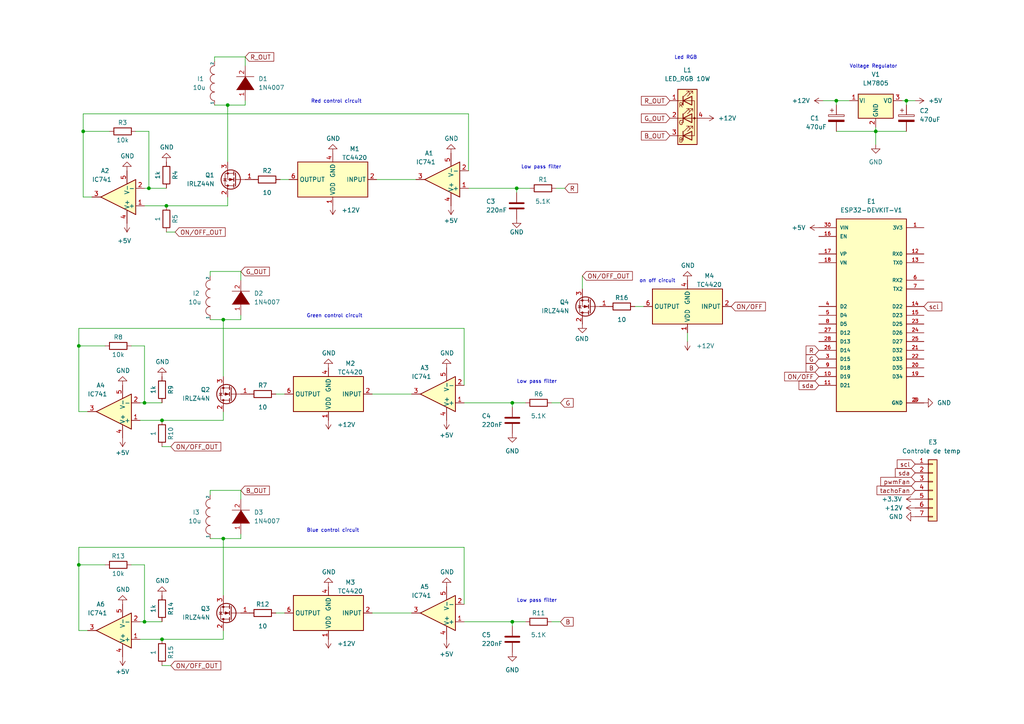
<source format=kicad_sch>
(kicad_sch (version 20211123) (generator eeschema)
  (paper "A4")
  (lib_symbols
    (symbol "Connector_Generic:Conn_01x07" (pin_names (offset 1.016) hide)
      (property "Reference" "J" (at 0 10.16 0))
      (property "Value" "Conn_01x07" (at 0 -10.16 0))
      (symbol "Conn_01x07_1_1"
        (rectangle (start -1.27 -7.493) (end 0 -7.747) (stroke (width 0.1524)))
        (rectangle (start -1.27 -4.953) (end 0 -5.207) (stroke (width 0.1524)))
        (rectangle (start -1.27 -2.413) (end 0 -2.667) (stroke (width 0.1524)))
        (rectangle (start -1.27 0.127) (end 0 -0.127) (stroke (width 0.1524)))
        (rectangle (start -1.27 2.667) (end 0 2.413) (stroke (width 0.1524)))
        (rectangle (start -1.27 5.207) (end 0 4.953) (stroke (width 0.1524)))
        (rectangle (start -1.27 7.747) (end 0 7.493) (stroke (width 0.1524)))
        (rectangle (start -1.27 8.89) (end 1.27 -8.89) (stroke (width 0.254)) (fill (type background)))
        (pin passive line (at -5.08 7.62 0) (length 3.81) (name "Pin_1") (number "1"))
        (pin passive line (at -5.08 5.08 0) (length 3.81) (name "Pin_2") (number "2"))
        (pin passive line (at -5.08 2.54 0) (length 3.81) (name "Pin_3") (number "3"))
        (pin passive line (at -5.08 0 0) (length 3.81) (name "Pin_4") (number "4"))
        (pin passive line (at -5.08 -2.54 0) (length 3.81) (name "Pin_5") (number "5"))
        (pin passive line (at -5.08 -5.08 0) (length 3.81) (name "Pin_6") (number "6"))
        (pin passive line (at -5.08 -7.62 0) (length 3.81) (name "Pin_7") (number "7"))
      )
    )
    (symbol "Device:C" (pin_numbers hide) (pin_names (offset 0.254))
      (property "Reference" "C" (at 0.635 2.54 0))
      (property "Value" "C" (at 0.635 -2.54 0))
      (symbol "C_0_1"
        (polyline (pts (xy -2.032 -0.762) (xy 2.032 -0.762)) (stroke (width 0.508)))
        (polyline (pts (xy -2.032 0.762) (xy 2.032 0.762)) (stroke (width 0.508)))
      )
      (symbol "C_1_1"
        (pin passive line (at 0 3.81 270) (length 2.794) (name "~") (number "1"))
        (pin passive line (at 0 -3.81 90) (length 2.794) (name "~") (number "2"))
      )
    )
    (symbol "Device:C_Polarized" (pin_numbers hide) (pin_names (offset 0.254))
      (property "Reference" "C" (at 0.635 2.54 0))
      (property "Value" "C_Polarized" (at 0.635 -2.54 0))
      (symbol "C_Polarized_0_1"
        (rectangle (start -2.286 0.508) (end 2.286 1.016))
        (polyline (pts (xy -1.778 2.286) (xy -0.762 2.286)))
        (polyline (pts (xy -1.27 2.794) (xy -1.27 1.778)))
        (rectangle (start 2.286 -0.508) (end -2.286 -1.016) (fill (type outline)))
      )
      (symbol "C_Polarized_1_1"
        (pin passive line (at 0 3.81 270) (length 2.794) (name "~") (number "1"))
        (pin passive line (at 0 -3.81 90) (length 2.794) (name "~") (number "2"))
      )
    )
    (symbol "Device:LED_RGBA" (pin_names (offset 0) hide)
      (property "Reference" "D" (at 0 9.398 0))
      (property "Value" "LED_RGBA" (at 0 -8.89 0))
      (symbol "LED_RGBA_0_0"
        (text "B" (at -1.905 -6.35 0) (effects (font (size 1.27 1.27))))
        (text "G" (at -1.905 -1.27 0) (effects (font (size 1.27 1.27))))
        (text "R" (at -1.905 3.81 0) (effects (font (size 1.27 1.27))))
      )
      (symbol "LED_RGBA_0_1"
        (polyline (pts (xy -1.27 -5.08) (xy -2.54 -5.08)))
        (polyline (pts (xy -1.27 -5.08) (xy 1.27 -5.08)))
        (polyline (pts (xy -1.27 -3.81) (xy -1.27 -6.35)) (stroke (width 0.254)))
        (polyline (pts (xy -1.27 0) (xy -2.54 0)))
        (polyline (pts (xy -1.27 1.27) (xy -1.27 -1.27)) (stroke (width 0.254)))
        (polyline (pts (xy -1.27 5.08) (xy -2.54 5.08)))
        (polyline (pts (xy -1.27 5.08) (xy 1.27 5.08)))
        (polyline (pts (xy -1.27 6.35) (xy -1.27 3.81)) (stroke (width 0.254)))
        (polyline (pts (xy 1.27 0) (xy -1.27 0)))
        (polyline (pts (xy 1.27 0) (xy 2.54 0)))
        (polyline (pts (xy -1.27 1.27) (xy -1.27 -1.27) (xy -1.27 -1.27)))
        (polyline (pts (xy -1.27 6.35) (xy -1.27 3.81) (xy -1.27 3.81)))
        (polyline (pts (xy 1.27 -5.08) (xy 2.032 -5.08) (xy 2.032 5.08) (xy 1.27 5.08)))
        (polyline (pts (xy 1.27 -3.81) (xy 1.27 -6.35) (xy -1.27 -5.08) (xy 1.27 -3.81)) (stroke (width 0.254)))
        (polyline (pts (xy 1.27 1.27) (xy 1.27 -1.27) (xy -1.27 0) (xy 1.27 1.27)) (stroke (width 0.254)))
        (polyline (pts (xy 1.27 6.35) (xy 1.27 3.81) (xy -1.27 5.08) (xy 1.27 6.35)) (stroke (width 0.254)))
        (polyline (pts (xy -1.016 -3.81) (xy 0.508 -2.286) (xy -0.254 -2.286) (xy 0.508 -2.286) (xy 0.508 -3.048)))
        (polyline (pts (xy -1.016 1.27) (xy 0.508 2.794) (xy -0.254 2.794) (xy 0.508 2.794) (xy 0.508 2.032)))
        (polyline (pts (xy -1.016 6.35) (xy 0.508 7.874) (xy -0.254 7.874) (xy 0.508 7.874) (xy 0.508 7.112)))
        (polyline (pts (xy 0 -3.81) (xy 1.524 -2.286) (xy 0.762 -2.286) (xy 1.524 -2.286) (xy 1.524 -3.048)))
        (polyline (pts (xy 0 1.27) (xy 1.524 2.794) (xy 0.762 2.794) (xy 1.524 2.794) (xy 1.524 2.032)))
        (polyline (pts (xy 0 6.35) (xy 1.524 7.874) (xy 0.762 7.874) (xy 1.524 7.874) (xy 1.524 7.112)))
        (rectangle (start 1.27 -1.27) (end 1.27 1.27))
        (rectangle (start 1.27 1.27) (end 1.27 1.27))
        (rectangle (start 1.27 3.81) (end 1.27 6.35))
        (rectangle (start 1.27 6.35) (end 1.27 6.35))
        (circle (center 2.032 0) (radius 0.254) (fill (type outline)))
        (rectangle (start 2.794 8.382) (end -2.794 -7.62) (stroke (width 0.254)) (fill (type background)))
      )
      (symbol "LED_RGBA_1_1"
        (pin passive line (at -5.08 5.08 0) (length 2.54) (name "RK") (number "1"))
        (pin passive line (at -5.08 0 0) (length 2.54) (name "GK") (number "2"))
        (pin passive line (at -5.08 -5.08 0) (length 2.54) (name "BK") (number "3"))
        (pin passive line (at 5.08 0 180) (length 2.54) (name "A") (number "4"))
      )
    )
    (symbol "Device:R" (pin_numbers hide) (pin_names (offset 0))
      (property "Reference" "R" (at 2.032 0 90))
      (property "Value" "R" (at 0 0 90))
      (symbol "R_0_1"
        (rectangle (start -1.016 -2.54) (end 1.016 2.54) (stroke (width 0.254)))
      )
      (symbol "R_1_1"
        (pin passive line (at 0 3.81 270) (length 1.27) (name "~") (number "1"))
        (pin passive line (at 0 -3.81 90) (length 1.27) (name "~") (number "2"))
      )
    )
    (symbol "Driver_FET:TC4422"
      (property "Reference" "U" (at -8.89 6.35 0))
      (property "Value" "TC4422" (at 6.35 6.35 0))
      (symbol "TC4422_0_1"
        (rectangle (start -10.16 5.08) (end 10.16 -5.08) (stroke (width 0.254)) (fill (type background)))
      )
      (symbol "TC4422_1_1"
        (pin power_in line (at 0 7.62 270) (length 2.54) (name "VDD") (number "1"))
        (pin input line (at -12.7 0 0) (length 2.54) (name "INPUT") (number "2"))
        (pin no_connect line (at -5.08 -5.08 90) (length 2.54) hide (name "NC") (number "3"))
        (pin power_in line (at 0 -7.62 90) (length 2.54) (name "GND") (number "4"))
        (pin passive line (at 0 -7.62 90) (length 2.54) hide (name "GND") (number "5"))
        (pin output line (at 12.7 0 180) (length 2.54) (name "OUTPUT") (number "6"))
        (pin passive line (at 12.7 0 180) (length 2.54) hide (name "OUTPUT") (number "7"))
        (pin passive line (at 0 7.62 270) (length 2.54) hide (name "VDD") (number "8"))
      )
    )
    (symbol "ESP32-DEVKIT-V1:ESP32-DEVKIT-V1" (pin_names (offset 1.016))
      (property "Reference" "U" (at -10.16 30.48 0))
      (property "Value" "ESP32-DEVKIT-V1" (at -10.16 -30.48 0))
      (symbol "ESP32-DEVKIT-V1_0_0"
        (rectangle (start -10.16 -27.94) (end 10.16 27.94) (stroke (width 0.254)) (fill (type background)))
        (pin output line (at 15.24 25.4 180) (length 5.08) (name "3V3") (number "1"))
        (pin bidirectional line (at -15.24 -17.78 0) (length 5.08) (name "D19") (number "10"))
        (pin bidirectional line (at -15.24 -20.32 0) (length 5.08) (name "D21") (number "11"))
        (pin input line (at 15.24 17.78 180) (length 5.08) (name "RX0") (number "12"))
        (pin output line (at 15.24 15.24 180) (length 5.08) (name "TX0") (number "13"))
        (pin bidirectional line (at 15.24 2.54 180) (length 5.08) (name "D22") (number "14"))
        (pin bidirectional line (at 15.24 0 180) (length 5.08) (name "D23") (number "15"))
        (pin input line (at -15.24 22.86 0) (length 5.08) (name "EN") (number "16"))
        (pin bidirectional line (at -15.24 17.78 0) (length 5.08) (name "VP") (number "17"))
        (pin bidirectional line (at -15.24 15.24 0) (length 5.08) (name "VN") (number "18"))
        (pin bidirectional line (at 15.24 -17.78 180) (length 5.08) (name "D34") (number "19"))
        (pin power_in line (at 15.24 -25.4 180) (length 5.08) (name "GND") (number "2"))
        (pin bidirectional line (at 15.24 -15.24 180) (length 5.08) (name "D35") (number "20"))
        (pin bidirectional line (at 15.24 -10.16 180) (length 5.08) (name "D32") (number "21"))
        (pin bidirectional line (at 15.24 -12.7 180) (length 5.08) (name "D33") (number "22"))
        (pin bidirectional line (at 15.24 -2.54 180) (length 5.08) (name "D25") (number "23"))
        (pin bidirectional line (at 15.24 -5.08 180) (length 5.08) (name "D26") (number "24"))
        (pin bidirectional line (at 15.24 -7.62 180) (length 5.08) (name "D27") (number "25"))
        (pin bidirectional line (at -15.24 -10.16 0) (length 5.08) (name "D14") (number "26"))
        (pin bidirectional line (at -15.24 -5.08 0) (length 5.08) (name "D12") (number "27"))
        (pin bidirectional line (at -15.24 -7.62 0) (length 5.08) (name "D13") (number "28"))
        (pin power_in line (at 15.24 -25.4 180) (length 5.08) (name "GND") (number "29"))
        (pin bidirectional line (at -15.24 -12.7 0) (length 5.08) (name "D15") (number "3"))
        (pin input line (at -15.24 25.4 0) (length 5.08) (name "VIN") (number "30"))
        (pin bidirectional line (at -15.24 2.54 0) (length 5.08) (name "D2") (number "4"))
        (pin bidirectional line (at -15.24 0 0) (length 5.08) (name "D4") (number "5"))
        (pin input line (at 15.24 10.16 180) (length 5.08) (name "RX2") (number "6"))
        (pin output line (at 15.24 7.62 180) (length 5.08) (name "TX2") (number "7"))
        (pin bidirectional line (at -15.24 -2.54 0) (length 5.08) (name "D5") (number "8"))
        (pin bidirectional line (at -15.24 -15.24 0) (length 5.08) (name "D18") (number "9"))
      )
    )
    (symbol "Regulator_Linear:LM7805_TO220" (pin_names (offset 0.254))
      (property "Reference" "U" (at -3.81 3.175 0))
      (property "Value" "LM7805_TO220" (at 0 3.175 0))
      (symbol "LM7805_TO220_0_1"
        (rectangle (start -5.08 1.905) (end 5.08 -5.08) (stroke (width 0.254)) (fill (type background)))
      )
      (symbol "LM7805_TO220_1_1"
        (pin power_in line (at -7.62 0 0) (length 2.54) (name "VI") (number "1"))
        (pin power_in line (at 0 -7.62 90) (length 2.54) (name "GND") (number "2"))
        (pin power_out line (at 7.62 0 180) (length 2.54) (name "VO") (number "3"))
      )
    )
    (symbol "Transistor_FET:IRLZ44N" (pin_names hide)
      (property "Reference" "Q" (at 6.35 1.905 0))
      (property "Value" "IRLZ44N" (at 6.35 0 0))
      (symbol "IRLZ44N_0_1"
        (polyline (pts (xy 0.254 0) (xy -2.54 0)))
        (polyline (pts (xy 0.254 1.905) (xy 0.254 -1.905)) (stroke (width 0.254)))
        (polyline (pts (xy 0.762 -1.27) (xy 0.762 -2.286)) (stroke (width 0.254)))
        (polyline (pts (xy 0.762 0.508) (xy 0.762 -0.508)) (stroke (width 0.254)))
        (polyline (pts (xy 0.762 2.286) (xy 0.762 1.27)) (stroke (width 0.254)))
        (polyline (pts (xy 2.54 2.54) (xy 2.54 1.778)))
        (polyline (pts (xy 2.54 -2.54) (xy 2.54 0) (xy 0.762 0)))
        (polyline (pts (xy 0.762 -1.778) (xy 3.302 -1.778) (xy 3.302 1.778) (xy 0.762 1.778)))
        (polyline (pts (xy 1.016 0) (xy 2.032 0.381) (xy 2.032 -0.381) (xy 1.016 0)) (fill (type outline)))
        (polyline (pts (xy 2.794 0.508) (xy 2.921 0.381) (xy 3.683 0.381) (xy 3.81 0.254)))
        (polyline (pts (xy 3.302 0.381) (xy 2.921 -0.254) (xy 3.683 -0.254) (xy 3.302 0.381)))
        (circle (center 1.651 0) (radius 2.794) (stroke (width 0.254)))
        (circle (center 2.54 -1.778) (radius 0.254) (fill (type outline)))
        (circle (center 2.54 1.778) (radius 0.254) (fill (type outline)))
      )
      (symbol "IRLZ44N_1_1"
        (pin input line (at -5.08 0 0) (length 2.54) (name "G") (number "1"))
        (pin passive line (at 2.54 5.08 270) (length 2.54) (name "D") (number "2"))
        (pin passive line (at 2.54 -5.08 90) (length 2.54) (name "S") (number "3"))
      )
    )
    (symbol "power:+12V" (power) (pin_names (offset 0))
      (property "Value" "+12V" (at 0 3.556 0))
      (symbol "+12V_0_1"
        (polyline (pts (xy -0.762 1.27) (xy 0 2.54)))
        (polyline (pts (xy 0 0) (xy 0 2.54)))
        (polyline (pts (xy 0 2.54) (xy 0.762 1.27)))
      )
      (symbol "+12V_1_1"
        (pin power_in line (at 0 0 90) (length 0) hide (name "+12V") (number "1"))
      )
    )
    (symbol "power:+3.3V" (power) (pin_names (offset 0))
      (property "Value" "+3.3V" (at 0 3.556 0))
      (symbol "+3.3V_0_1"
        (polyline (pts (xy -0.762 1.27) (xy 0 2.54)))
        (polyline (pts (xy 0 0) (xy 0 2.54)))
        (polyline (pts (xy 0 2.54) (xy 0.762 1.27)))
      )
      (symbol "+3.3V_1_1"
        (pin power_in line (at 0 0 90) (length 0) hide (name "+3.3V") (number "1"))
      )
    )
    (symbol "power:+5V" (power) (pin_names (offset 0))
      (property "Value" "+5V" (at 0 3.556 0))
      (symbol "+5V_0_1"
        (polyline (pts (xy -0.762 1.27) (xy 0 2.54)))
        (polyline (pts (xy 0 0) (xy 0 2.54)))
        (polyline (pts (xy 0 2.54) (xy 0.762 1.27)))
      )
      (symbol "+5V_1_1"
        (pin power_in line (at 0 0 90) (length 0) hide (name "+5V") (number "1"))
      )
    )
    (symbol "power:GND" (power) (pin_names (offset 0))
      (property "Value" "GND" (at 0 -3.81 0))
      (symbol "GND_0_1"
        (polyline (pts (xy 0 0) (xy 0 -1.27) (xy 1.27 -1.27) (xy 0 -2.54) (xy -1.27 -1.27) (xy 0 -1.27)))
      )
      (symbol "GND_1_1"
        (pin power_in line (at 0 0 270) (length 0) hide (name "GND") (number "1"))
      )
    )
    (symbol "pspice:DIODE" (pin_names (offset 1.016) hide)
      (property "Reference" "D" (at 0 3.81 0))
      (property "Value" "DIODE" (at 0 -4.445 0))
      (symbol "DIODE_0_1"
        (polyline (pts (xy 1.905 2.54) (xy 1.905 -2.54)))
        (polyline (pts (xy -1.905 2.54) (xy -1.905 -2.54) (xy 1.905 0)) (fill (type outline)))
      )
      (symbol "DIODE_1_1"
        (pin input line (at -5.08 0 0) (length 3.81) (name "K") (number "1"))
        (pin input line (at 5.08 0 180) (length 3.81) (name "A") (number "2"))
      )
    )
    (symbol "pspice:INDUCTOR" (pin_numbers hide) (pin_names (offset 0))
      (property "Reference" "L" (at 0 2.54 0))
      (property "Value" "INDUCTOR" (at 0 -1.27 0))
      (symbol "INDUCTOR_0_1"
        (arc (start -2.54 0) (mid -3.81 1.27) (end -5.08 0))
        (arc (start 0 0) (mid -1.27 1.27) (end -2.54 0))
        (arc (start 2.54 0) (mid 1.27 1.27) (end 0 0))
        (arc (start 5.08 0) (mid 3.81 1.27) (end 2.54 0))
      )
      (symbol "INDUCTOR_1_1"
        (pin input line (at -6.35 0 0) (length 1.27) (name "1") (number "1"))
        (pin input line (at 6.35 0 180) (length 1.27) (name "2") (number "2"))
      )
    )
    (symbol "pspice:OPAMP" (pin_names (offset 0.254))
      (property "Reference" "U" (at 3.81 3.175 0))
      (property "Value" "OPAMP" (at 3.81 -3.175 0))
      (symbol "OPAMP_0_1"
        (polyline (pts (xy 5.08 0) (xy -5.08 5.08) (xy -5.08 -5.08) (xy 5.08 0)) (stroke (width 0.254)) (fill (type background)))
      )
      (symbol "OPAMP_1_1"
        (pin input line (at -7.62 2.54 0) (length 2.54) (name "+") (number "1"))
        (pin input line (at -7.62 -2.54 0) (length 2.54) (name "-") (number "2"))
        (pin output line (at 7.62 0 180) (length 2.54) (name "~") (number "3"))
        (pin power_in line (at -2.54 7.62 270) (length 3.81) (name "V+") (number "4"))
        (pin power_in line (at -2.54 -7.62 90) (length 3.81) (name "V-") (number "5"))
      )
    )
  )
  (junction (at 43.18 54.61))
  (junction (at 148.59 116.84))
  (junction (at 148.59 180.34))
  (junction (at 22.86 100.33))
  (junction (at 254 38.1))
  (junction (at 41.91 180.34))
  (junction (at 242.57 29.21))
  (junction (at 48.26 59.69))
  (junction (at 149.86 54.61))
  (junction (at 46.99 185.42))
  (junction (at 41.91 116.84))
  (junction (at 64.77 92.71))
  (junction (at 66.04 30.48))
  (junction (at 64.77 156.21))
  (junction (at 262.89 29.21))
  (junction (at 24.13 38.1))
  (junction (at 46.99 121.92))
  (junction (at 22.86 163.83))
  (wire (pts (xy 64.77 185.42) (xy 46.99 185.42)))
  (wire (pts (xy 71.12 16.51) (xy 71.12 19.05)))
  (wire (pts (xy 24.13 57.15) (xy 24.13 38.1)))
  (wire (pts (xy 242.57 38.1) (xy 254 38.1)))
  (wire (pts (xy 24.13 33.02) (xy 135.89 33.02)))
  (wire (pts (xy 262.89 30.48) (xy 262.89 29.21)))
  (wire (pts (xy 64.77 119.38) (xy 64.77 121.92)))
  (wire (pts (xy 254 38.1) (xy 262.89 38.1)))
  (wire (pts (xy 64.77 156.21) (xy 64.77 172.72)))
  (wire (pts (xy 22.86 100.33) (xy 30.48 100.33)))
  (wire (pts (xy 50.8 67.31) (xy 48.26 67.31)))
  (wire (pts (xy 60.96 142.24) (xy 60.96 143.51)))
  (wire (pts (xy 238.76 29.21) (xy 242.57 29.21)))
  (wire (pts (xy 107.95 177.8) (xy 119.38 177.8)))
  (wire (pts (xy 26.67 57.15) (xy 24.13 57.15)))
  (wire (pts (xy 39.37 38.1) (xy 43.18 38.1)))
  (wire (pts (xy 22.86 100.33) (xy 22.86 95.25)))
  (wire (pts (xy 60.96 78.74) (xy 60.96 80.01)))
  (wire (pts (xy 49.53 193.04) (xy 46.99 193.04)))
  (wire (pts (xy 64.77 156.21) (xy 69.85 156.21)))
  (wire (pts (xy 152.4 116.84) (xy 148.59 116.84)))
  (wire (pts (xy 265.43 29.21) (xy 262.89 29.21)))
  (wire (pts (xy 62.23 30.48) (xy 66.04 30.48)))
  (wire (pts (xy 62.23 16.51) (xy 62.23 17.78)))
  (wire (pts (xy 80.01 114.3) (xy 82.55 114.3)))
  (wire (pts (xy 24.13 38.1) (xy 31.75 38.1)))
  (wire (pts (xy 41.91 180.34) (xy 46.99 180.34)))
  (wire (pts (xy 148.59 180.34) (xy 148.59 181.61)))
  (wire (pts (xy 162.56 116.84) (xy 160.02 116.84)))
  (wire (pts (xy 135.89 33.02) (xy 135.89 49.53)))
  (wire (pts (xy 41.91 54.61) (xy 43.18 54.61)))
  (wire (pts (xy 69.85 92.71) (xy 69.85 91.44)))
  (wire (pts (xy 134.62 95.25) (xy 134.62 111.76)))
  (wire (pts (xy 71.12 30.48) (xy 71.12 29.21)))
  (wire (pts (xy 69.85 78.74) (xy 69.85 81.28)))
  (wire (pts (xy 41.91 59.69) (xy 48.26 59.69)))
  (wire (pts (xy 66.04 30.48) (xy 71.12 30.48)))
  (wire (pts (xy 48.26 59.69) (xy 66.04 59.69)))
  (wire (pts (xy 46.99 185.42) (xy 40.64 185.42)))
  (wire (pts (xy 162.56 180.34) (xy 160.02 180.34)))
  (wire (pts (xy 22.86 119.38) (xy 22.86 100.33)))
  (wire (pts (xy 135.89 54.61) (xy 149.86 54.61)))
  (wire (pts (xy 152.4 180.34) (xy 148.59 180.34)))
  (wire (pts (xy 60.96 156.21) (xy 64.77 156.21)))
  (wire (pts (xy 64.77 121.92) (xy 46.99 121.92)))
  (wire (pts (xy 242.57 30.48) (xy 242.57 29.21)))
  (wire (pts (xy 184.15 88.9) (xy 186.69 88.9)))
  (wire (pts (xy 43.18 54.61) (xy 48.26 54.61)))
  (wire (pts (xy 22.86 182.88) (xy 22.86 163.83)))
  (wire (pts (xy 148.59 116.84) (xy 148.59 118.11)))
  (wire (pts (xy 66.04 57.15) (xy 66.04 59.69)))
  (wire (pts (xy 38.1 100.33) (xy 41.91 100.33)))
  (wire (pts (xy 38.1 163.83) (xy 41.91 163.83)))
  (wire (pts (xy 41.91 180.34) (xy 41.91 163.83)))
  (wire (pts (xy 64.77 182.88) (xy 64.77 185.42)))
  (wire (pts (xy 254 38.1) (xy 254 36.83)))
  (wire (pts (xy 199.39 96.52) (xy 199.39 99.06)))
  (wire (pts (xy 22.86 95.25) (xy 134.62 95.25)))
  (wire (pts (xy 153.67 54.61) (xy 149.86 54.61)))
  (wire (pts (xy 24.13 38.1) (xy 24.13 33.02)))
  (wire (pts (xy 64.77 92.71) (xy 69.85 92.71)))
  (wire (pts (xy 69.85 156.21) (xy 69.85 154.94)))
  (wire (pts (xy 49.53 129.54) (xy 46.99 129.54)))
  (wire (pts (xy 25.4 182.88) (xy 22.86 182.88)))
  (wire (pts (xy 25.4 119.38) (xy 22.86 119.38)))
  (wire (pts (xy 109.22 52.07) (xy 120.65 52.07)))
  (wire (pts (xy 60.96 92.71) (xy 64.77 92.71)))
  (wire (pts (xy 134.62 180.34) (xy 148.59 180.34)))
  (wire (pts (xy 22.86 158.75) (xy 134.62 158.75)))
  (wire (pts (xy 64.77 92.71) (xy 64.77 109.22)))
  (wire (pts (xy 22.86 163.83) (xy 22.86 158.75)))
  (wire (pts (xy 62.23 16.51) (xy 71.12 16.51)))
  (wire (pts (xy 40.64 116.84) (xy 41.91 116.84)))
  (wire (pts (xy 66.04 30.48) (xy 66.04 46.99)))
  (wire (pts (xy 43.18 54.61) (xy 43.18 38.1)))
  (wire (pts (xy 134.62 116.84) (xy 148.59 116.84)))
  (wire (pts (xy 163.83 54.61) (xy 161.29 54.61)))
  (wire (pts (xy 149.86 54.61) (xy 149.86 55.88)))
  (wire (pts (xy 40.64 180.34) (xy 41.91 180.34)))
  (wire (pts (xy 46.99 121.92) (xy 40.64 121.92)))
  (wire (pts (xy 168.91 80.01) (xy 168.91 83.82)))
  (wire (pts (xy 80.01 177.8) (xy 82.55 177.8)))
  (wire (pts (xy 262.89 29.21) (xy 261.62 29.21)))
  (wire (pts (xy 254 38.1) (xy 254 41.91)))
  (wire (pts (xy 41.91 116.84) (xy 41.91 100.33)))
  (wire (pts (xy 60.96 142.24) (xy 69.85 142.24)))
  (wire (pts (xy 69.85 142.24) (xy 69.85 144.78)))
  (wire (pts (xy 81.28 52.07) (xy 83.82 52.07)))
  (wire (pts (xy 134.62 158.75) (xy 134.62 175.26)))
  (wire (pts (xy 107.95 114.3) (xy 119.38 114.3)))
  (wire (pts (xy 41.91 116.84) (xy 46.99 116.84)))
  (wire (pts (xy 242.57 29.21) (xy 246.38 29.21)))
  (wire (pts (xy 60.96 78.74) (xy 69.85 78.74)))
  (wire (pts (xy 22.86 163.83) (xy 30.48 163.83)))
  (text "^{Low pass filter}" (at 149.86 111.76 0) (effects (font (size 1.27 1.27)) (justify left bottom)))
  (text "^{Low pass filter}" (at 149.86 175.26 0) (effects (font (size 1.27 1.27)) (justify left bottom)))
  (text "^{Led RGB}" (at 195.58 17.78 0) (effects (font (size 1.27 1.27)) (justify left bottom)))
  (text "^{Voltage Regulator}" (at 246.38 20.32 0) (effects (font (size 1.27 1.27)) (justify left bottom)))
  (text "^{Green control circuit}" (at 88.9 92.71 0) (effects (font (size 1.27 1.27)) (justify left bottom)))
  (text "^{Low pass filter}" (at 151.13 49.53 0) (effects (font (size 1.27 1.27)) (justify left bottom)))
  (text "^{Red control circuit}" (at 90.17 30.48 0) (effects (font (size 1.27 1.27)) (justify left bottom)))
  (text "^{Blue control circuit}" (at 88.9 154.94 0) (effects (font (size 1.27 1.27)) (justify left bottom)))
  (text "^{on off circuit}" (at 185.42 82.55 0) (effects (font (size 1.27 1.27)) (justify left bottom)))
  (global_label "scl" (shape input) (at 265.43 134.62 180) (property "Intersheet References" "${INTERSHEET_REFS}" (effects hide)))
  (global_label "ON{slash}OFF_OUT" (shape input) (at 49.53 193.04 0) (property "Intersheet References" "${INTERSHEET_REFS}" (effects hide)))
  (global_label "G_OUT" (shape input) (at 69.85 78.74 0) (property "Intersheet References" "${INTERSHEET_REFS}" (effects hide)))
  (global_label "scl" (shape input) (at 267.97 88.9 0) (property "Intersheet References" "${INTERSHEET_REFS}" (effects hide)))
  (global_label "B_OUT" (shape input) (at 194.31 39.37 180) (property "Intersheet References" "${INTERSHEET_REFS}" (effects hide)))
  (global_label "R_OUT" (shape input) (at 71.12 16.51 0) (property "Intersheet References" "${INTERSHEET_REFS}" (effects hide)))
  (global_label "G" (shape input) (at 237.49 104.14 180) (property "Intersheet References" "${INTERSHEET_REFS}" (effects hide)))
  (global_label "ON{slash}OFF_OUT" (shape input) (at 168.91 80.01 0) (property "Intersheet References" "${INTERSHEET_REFS}" (effects hide)))
  (global_label "tachoFan" (shape input) (at 265.43 142.24 180) (property "Intersheet References" "${INTERSHEET_REFS}" (effects hide)))
  (global_label "R_OUT" (shape input) (at 194.31 29.21 180) (property "Intersheet References" "${INTERSHEET_REFS}" (effects hide)))
  (global_label "B" (shape input) (at 237.49 106.68 180) (property "Intersheet References" "${INTERSHEET_REFS}" (effects hide)))
  (global_label "ON{slash}OFF_OUT" (shape input) (at 49.53 129.54 0) (property "Intersheet References" "${INTERSHEET_REFS}" (effects hide)))
  (global_label "pwmFan" (shape input) (at 265.43 139.7 180) (property "Intersheet References" "${INTERSHEET_REFS}" (effects hide)))
  (global_label "ON{slash}OFF" (shape input) (at 212.09 88.9 0) (property "Intersheet References" "${INTERSHEET_REFS}" (effects hide)))
  (global_label "ON{slash}OFF_OUT" (shape input) (at 50.8 67.31 0) (property "Intersheet References" "${INTERSHEET_REFS}" (effects hide)))
  (global_label "B" (shape input) (at 162.56 180.34 0) (property "Intersheet References" "${INTERSHEET_REFS}" (effects hide)))
  (global_label "R" (shape input) (at 237.49 101.6 180) (property "Intersheet References" "${INTERSHEET_REFS}" (effects hide)))
  (global_label "sda" (shape input) (at 265.43 137.16 180) (property "Intersheet References" "${INTERSHEET_REFS}" (effects hide)))
  (global_label "ON{slash}OFF" (shape input) (at 237.49 109.22 180) (property "Intersheet References" "${INTERSHEET_REFS}" (effects hide)))
  (global_label "G" (shape input) (at 162.56 116.84 0) (property "Intersheet References" "${INTERSHEET_REFS}" (effects hide)))
  (global_label "B_OUT" (shape input) (at 69.85 142.24 0) (property "Intersheet References" "${INTERSHEET_REFS}" (effects hide)))
  (global_label "sda" (shape input) (at 237.49 111.76 180) (property "Intersheet References" "${INTERSHEET_REFS}" (effects hide)))
  (global_label "R" (shape input) (at 163.83 54.61 0) (property "Intersheet References" "${INTERSHEET_REFS}" (effects hide)))
  (global_label "G_OUT" (shape input) (at 194.31 34.29 180) (property "Intersheet References" "${INTERSHEET_REFS}" (effects hide)))
  (symbol (lib_id "Driver_FET:TC4422") (at 95.25 177.8 180) (unit 1)
    (property "Reference" "M3" (at 101.6 168.91 0))
    (property "Value" "TC4420" (at 101.6 171.45 0))
    (property "Footprint" "Package_DIP:DIP-8-N6_W7.62mm" (effects hide))
    (property "Datasheet" "http://ww1.microchip.com/downloads/en/DeviceDoc/20001420F.pdf" (effects hide))
  )
  (symbol (lib_id "power:+5V") (at 129.54 185.42 180) (unit 1)
    (property "Reference" "#PWR0119" (effects hide))
    (property "Value" "+5V" (at 131.5345 189.7307 0) (effects (justify left)))
  )
  (symbol (lib_id "Driver_FET:TC4422") (at 96.52 52.07 180) (unit 1)
    (property "Reference" "M1" (at 102.87 43.18 0))
    (property "Value" "TC4420" (at 102.87 45.72 0))
    (property "Footprint" "Package_DIP:DIP-8-N6_W7.62mm" (effects hide))
    (property "Datasheet" "http://ww1.microchip.com/downloads/en/DeviceDoc/20001420F.pdf" (effects hide))
  )
  (symbol (lib_id "Transistor_FET:IRLZ44N") (at 67.31 114.3 180) (unit 1)
    (property "Reference" "Q2" (at 60.96 113.0299 0) (effects (justify left)))
    (property "Value" "IRLZ44N" (at 60.96 115.5699 0) (effects (justify left)))
    (property "Footprint" "Package_TO_SOT_THT:TO-220-3_Vertical" (effects hide))
    (property "Datasheet" "http://www.irf.com/product-info/datasheets/data/irlz44n.pdf" (effects hide))
  )
  (symbol (lib_id "Device:LED_RGBA") (at 199.39 34.29 0) (unit 1)
    (property "Reference" "L1" (at 199.39 20.32 0))
    (property "Value" "LED_RGB 10W" (at 199.39 22.86 0))
    (property "Footprint" "TerminalBlock:TerminalBlock_bornier-4_P5.08mm" (effects hide))
  )
  (symbol (lib_id "power:+5V") (at 35.56 127 180) (unit 1)
    (property "Reference" "#PWR0106" (effects hide))
    (property "Value" "+5V" (at 37.5545 131.3107 0) (effects (justify left)))
  )
  (symbol (lib_id "Device:C") (at 148.59 185.42 0) (unit 1)
    (property "Reference" "C5" (at 139.7 184.15 0) (effects (justify left)))
    (property "Value" "220nF" (at 139.7 186.69 0) (effects (justify left)))
    (property "Footprint" "Capacitor_THT:C_Disc_D5.0mm_W2.5mm_P5.00mm" (effects hide))
  )
  (symbol (lib_id "Device:C_Polarized") (at 242.57 34.29 0) (unit 1)
    (property "Reference" "C1" (at 234.95 34.29 0) (effects (justify left)))
    (property "Value" "470uF" (at 233.68 36.83 0) (effects (justify left)))
    (property "Footprint" "Capacitor_THT:CP_Radial_D16.0mm_P7.50mm" (effects hide))
  )
  (symbol (lib_id "Driver_FET:TC4422") (at 199.39 88.9 180) (unit 1)
    (property "Reference" "M4" (at 205.74 80.01 0))
    (property "Value" "TC4420" (at 205.74 82.55 0))
    (property "Footprint" "Package_DIP:DIP-8-N6_W7.62mm" (effects hide))
    (property "Datasheet" "http://ww1.microchip.com/downloads/en/DeviceDoc/20001420F.pdf" (effects hide))
  )
  (symbol (lib_id "power:GND") (at 95.25 106.68 180) (unit 1)
    (property "Reference" "#PWR0108" (effects hide))
    (property "Value" "GND" (at 97.4171 102.4021 0) (effects (justify left)))
  )
  (symbol (lib_id "pspice:DIODE") (at 69.85 149.86 90) (unit 1)
    (property "Reference" "D3" (at 73.66 148.5899 90) (effects (justify right)))
    (property "Value" "1N4007" (at 73.66 151.1299 90) (effects (justify right)))
    (property "Footprint" "Diode_THT:D_A-405_P10.16mm_Horizontal" (effects hide))
  )
  (symbol (lib_id "pspice:OPAMP") (at 127 177.8 180) (unit 1)
    (property "Reference" "A5" (at 121.92 170.18 0) (effects (justify right)))
    (property "Value" "IC741" (at 119.38 172.72 0) (effects (justify right)))
    (property "Footprint" "UA741CN:DIP254P762X533-8" (effects hide))
  )
  (symbol (lib_id "Device:R") (at 34.29 163.83 90) (unit 1)
    (property "Reference" "R13" (at 34.29 161.29 90))
    (property "Value" "10k" (at 34.29 166.37 90))
    (property "Footprint" "Resistor_THT:R_Axial_DIN0207_L6.3mm_D2.5mm_P10.16mm_Horizontal" (effects hide))
  )
  (symbol (lib_id "Device:R") (at 76.2 177.8 90) (unit 1)
    (property "Reference" "R12" (at 76.2 175.26 90))
    (property "Value" "10" (at 76.2 181.61 90))
    (property "Footprint" "Resistor_THT:R_Axial_DIN0207_L6.3mm_D2.5mm_P10.16mm_Horizontal" (effects hide))
  )
  (symbol (lib_id "pspice:OPAMP") (at 33.02 119.38 180) (unit 1)
    (property "Reference" "A4" (at 27.94 111.76 0) (effects (justify right)))
    (property "Value" "IC741" (at 25.4 114.3 0) (effects (justify right)))
    (property "Footprint" "UA741CN:DIP254P762X533-8" (effects hide))
  )
  (symbol (lib_id "pspice:INDUCTOR") (at 60.96 149.86 90) (unit 1)
    (property "Reference" "I3" (at 55.88 148.59 90) (effects (justify right)))
    (property "Value" "10u" (at 54.61 151.13 90) (effects (justify right)))
    (property "Footprint" "Components:L_Sumida_CDRH103R_10x10mm" (effects hide))
  )
  (symbol (lib_id "pspice:INDUCTOR") (at 62.23 24.13 90) (unit 1)
    (property "Reference" "I1" (at 57.15 22.86 90) (effects (justify right)))
    (property "Value" "10u" (at 55.88 25.4 90) (effects (justify right)))
    (property "Footprint" "Components:L_Sumida_CDRH103R_10x10mm" (effects hide))
  )
  (symbol (lib_id "power:GND") (at 35.56 175.26 180) (unit 1)
    (property "Reference" "#PWR0102" (effects hide))
    (property "Value" "GND" (at 37.7271 170.9821 0) (effects (justify left)))
  )
  (symbol (lib_id "power:GND") (at 36.83 49.53 180) (unit 1)
    (property "Reference" "#PWR0113" (effects hide))
    (property "Value" "GND" (at 38.9971 45.2521 0) (effects (justify left)))
  )
  (symbol (lib_id "Device:R") (at 77.47 52.07 90) (unit 1)
    (property "Reference" "R2" (at 77.47 49.53 90))
    (property "Value" "10" (at 77.47 55.88 90))
    (property "Footprint" "Resistor_THT:R_Axial_DIN0207_L6.3mm_D2.5mm_P10.16mm_Horizontal" (effects hide))
  )
  (symbol (lib_id "power:GND") (at 46.99 109.22 180) (unit 1)
    (property "Reference" "#PWR0104" (effects hide))
    (property "Value" "GND" (at 49.1571 104.9421 0) (effects (justify left)))
  )
  (symbol (lib_id "Device:R") (at 46.99 125.73 0) (unit 1)
    (property "Reference" "R10" (at 49.53 125.73 90))
    (property "Value" "1" (at 44.45 125.73 90))
    (property "Footprint" "Resistor_THT:R_Axial_DIN0207_L6.3mm_D2.5mm_P10.16mm_Horizontal" (effects hide))
  )
  (symbol (lib_id "power:GND") (at 199.39 81.28 180) (unit 1)
    (property "Reference" "#PWR0126" (effects hide))
    (property "Value" "GND" (at 201.5571 77.0021 0) (effects (justify left)))
  )
  (symbol (lib_id "Transistor_FET:IRLZ44N") (at 171.45 88.9 180) (unit 1)
    (property "Reference" "Q4" (at 165.1 87.6299 0) (effects (justify left)))
    (property "Value" "IRLZ44N" (at 165.1 90.1699 0) (effects (justify left)))
    (property "Footprint" "Package_TO_SOT_THT:TO-220-3_Vertical" (effects hide))
    (property "Datasheet" "http://www.irf.com/product-info/datasheets/data/irlz44n.pdf" (effects hide))
  )
  (symbol (lib_id "Transistor_FET:IRLZ44N") (at 68.58 52.07 180) (unit 1)
    (property "Reference" "Q1" (at 62.23 50.7999 0) (effects (justify left)))
    (property "Value" "IRLZ44N" (at 62.23 53.3399 0) (effects (justify left)))
    (property "Footprint" "Package_TO_SOT_THT:TO-220-3_Vertical" (effects hide))
    (property "Datasheet" "http://www.irf.com/product-info/datasheets/data/irlz44n.pdf" (effects hide))
  )
  (symbol (lib_id "Device:C") (at 149.86 59.69 0) (unit 1)
    (property "Reference" "C3" (at 140.97 58.42 0) (effects (justify left)))
    (property "Value" "220nF" (at 140.97 60.96 0) (effects (justify left)))
    (property "Footprint" "Capacitor_THT:C_Disc_D5.0mm_W2.5mm_P5.00mm" (effects hide))
  )
  (symbol (lib_id "Device:R") (at 46.99 113.03 0) (unit 1)
    (property "Reference" "R9" (at 49.53 113.03 90))
    (property "Value" "1k" (at 44.45 113.03 90))
    (property "Footprint" "Resistor_THT:R_Axial_DIN0207_L6.3mm_D2.5mm_P10.16mm_Horizontal" (effects hide))
  )
  (symbol (lib_id "power:+5V") (at 129.54 121.92 180) (unit 1)
    (property "Reference" "#PWR0107" (effects hide))
    (property "Value" "+5V" (at 131.5345 126.2307 0) (effects (justify left)))
  )
  (symbol (lib_id "Regulator_Linear:LM7805_TO220") (at 254 29.21 0) (unit 1)
    (property "Reference" "V1" (at 254 21.59 0))
    (property "Value" "LM7805" (at 254 24.13 0))
    (property "Footprint" "Package_TO_SOT_THT:TO-220-3_Vertical" (effects hide))
    (property "Datasheet" "https://www.onsemi.cn/PowerSolutions/document/MC7800-D.PDF" (effects hide))
  )
  (symbol (lib_id "power:GND") (at 129.54 170.18 180) (unit 1)
    (property "Reference" "#PWR0121" (effects hide))
    (property "Value" "GND" (at 131.7071 165.9021 0) (effects (justify left)))
  )
  (symbol (lib_id "power:GND") (at 148.59 189.23 0) (unit 1)
    (property "Reference" "#PWR0120" (effects hide))
    (property "Value" "GND" (at 148.59 194.31 0))
  )
  (symbol (lib_id "Device:R") (at 35.56 38.1 90) (unit 1)
    (property "Reference" "R3" (at 35.56 35.56 90))
    (property "Value" "10k" (at 35.56 40.64 90))
    (property "Footprint" "Resistor_THT:R_Axial_DIN0207_L6.3mm_D2.5mm_P10.16mm_Horizontal" (effects hide))
  )
  (symbol (lib_id "pspice:DIODE") (at 69.85 86.36 90) (unit 1)
    (property "Reference" "D2" (at 73.66 85.0899 90) (effects (justify right)))
    (property "Value" "1N4007" (at 73.66 87.6299 90) (effects (justify right)))
    (property "Footprint" "Diode_THT:D_A-405_P10.16mm_Horizontal" (effects hide))
  )
  (symbol (lib_id "power:GND") (at 265.43 149.86 270) (unit 1)
    (property "Reference" "#PWR0128" (effects hide))
    (property "Value" "GND" (at 257.81 149.86 90) (effects (justify left)))
  )
  (symbol (lib_id "power:GND") (at 129.54 106.68 180) (unit 1)
    (property "Reference" "#PWR0109" (effects hide))
    (property "Value" "GND" (at 131.7071 102.4021 0) (effects (justify left)))
  )
  (symbol (lib_id "power:GND") (at 148.59 125.73 0) (unit 1)
    (property "Reference" "#PWR0118" (effects hide))
    (property "Value" "GND" (at 148.59 130.81 0))
  )
  (symbol (lib_id "power:+3.3V") (at 265.43 144.78 90) (unit 1)
    (property "Reference" "#PWR0136" (effects hide))
    (property "Value" "+3.3V" (at 261.62 144.7799 90) (effects (justify left)))
  )
  (symbol (lib_id "pspice:OPAMP") (at 33.02 182.88 180) (unit 1)
    (property "Reference" "A6" (at 27.94 175.26 0) (effects (justify right)))
    (property "Value" "IC741" (at 25.4 177.8 0) (effects (justify right)))
    (property "Footprint" "UA741CN:DIP254P762X533-8" (effects hide))
  )
  (symbol (lib_id "pspice:OPAMP") (at 127 114.3 180) (unit 1)
    (property "Reference" "A3" (at 121.92 106.68 0) (effects (justify right)))
    (property "Value" "IC741" (at 119.38 109.22 0) (effects (justify right)))
    (property "Footprint" "UA741CN:DIP254P762X533-8" (effects hide))
  )
  (symbol (lib_id "Connector_Generic:Conn_01x07") (at 270.51 142.24 0) (unit 1)
    (property "Reference" "E3" (at 269.24 128.27 0) (effects (justify left)))
    (property "Value" "Controle de temp" (at 261.62 130.81 0) (effects (justify left)))
    (property "Footprint" "Connector_PinSocket_2.54mm:PinSocket_1x07_P2.54mm_Vertical" (effects hide))
  )
  (symbol (lib_id "Device:R") (at 48.26 63.5 0) (unit 1)
    (property "Reference" "R5" (at 50.8 63.5 90))
    (property "Value" "1" (at 45.72 63.5 90))
    (property "Footprint" "Resistor_THT:R_Axial_DIN0207_L6.3mm_D2.5mm_P10.16mm_Horizontal" (effects hide))
  )
  (symbol (lib_id "Device:R") (at 157.48 54.61 90) (unit 1)
    (property "Reference" "R1" (at 157.48 52.07 90))
    (property "Value" "5.1K" (at 157.48 58.42 90))
    (property "Footprint" "Resistor_THT:R_Axial_DIN0207_L6.3mm_D2.5mm_P10.16mm_Horizontal" (effects hide))
  )
  (symbol (lib_id "power:GND") (at 46.99 172.72 180) (unit 1)
    (property "Reference" "#PWR0101" (effects hide))
    (property "Value" "GND" (at 49.1571 168.4421 0) (effects (justify left)))
  )
  (symbol (lib_id "power:+12V") (at 204.47 34.29 270) (unit 1)
    (property "Reference" "#PWR0135" (effects hide))
    (property "Value" "+12V" (at 208.28 34.2899 90) (effects (justify left)))
  )
  (symbol (lib_id "power:+12V") (at 238.76 29.21 90) (unit 1)
    (property "Reference" "#PWR0133" (effects hide))
    (property "Value" "+12V" (at 234.95 29.2099 90) (effects (justify left)))
  )
  (symbol (lib_id "power:+5V") (at 36.83 64.77 180) (unit 1)
    (property "Reference" "#PWR0115" (effects hide))
    (property "Value" "+5V" (at 38.1 69.85 0) (effects (justify left)))
  )
  (symbol (lib_id "pspice:DIODE") (at 71.12 24.13 90) (unit 1)
    (property "Reference" "D1" (at 74.93 22.8599 90) (effects (justify right)))
    (property "Value" "1N4007" (at 74.93 25.3999 90) (effects (justify right)))
    (property "Footprint" "Diode_THT:D_A-405_P10.16mm_Horizontal" (effects hide))
  )
  (symbol (lib_id "power:GND") (at 48.26 46.99 180) (unit 1)
    (property "Reference" "#PWR0114" (effects hide))
    (property "Value" "GND" (at 50.4271 42.7121 0) (effects (justify left)))
  )
  (symbol (lib_id "power:+12V") (at 95.25 121.92 180) (unit 1)
    (property "Reference" "#PWR0110" (effects hide))
    (property "Value" "+12V" (at 97.79 123.1899 0) (effects (justify right)))
  )
  (symbol (lib_id "Device:R") (at 76.2 114.3 90) (unit 1)
    (property "Reference" "R7" (at 76.2 111.76 90))
    (property "Value" "10" (at 76.2 118.11 90))
    (property "Footprint" "Resistor_THT:R_Axial_DIN0207_L6.3mm_D2.5mm_P10.16mm_Horizontal" (effects hide))
  )
  (symbol (lib_id "Device:R") (at 156.21 116.84 90) (unit 1)
    (property "Reference" "R6" (at 156.21 114.3 90))
    (property "Value" "5.1K" (at 156.21 120.65 90))
    (property "Footprint" "Resistor_THT:R_Axial_DIN0207_L6.3mm_D2.5mm_P10.16mm_Horizontal" (effects hide))
  )
  (symbol (lib_id "power:GND") (at 130.81 44.45 180) (unit 1)
    (property "Reference" "#PWR0112" (effects hide))
    (property "Value" "GND" (at 132.9771 40.1721 0) (effects (justify left)))
  )
  (symbol (lib_id "ESP32-DEVKIT-V1:ESP32-DEVKIT-V1") (at 252.73 91.44 0) (unit 1)
    (property "Reference" "E1" (at 252.73 58.42 0))
    (property "Value" "ESP32-DEVKIT-V1" (at 252.73 60.96 0))
    (property "Footprint" "ESP32-DEVKIT-V1:MODULE_ESP32_DEVKIT_V1" (effects hide))
    (property "MF" "Do it" (effects hide))
    (property "MAXIMUM_PACKAGE_HEIGHT" "6.8 mm" (effects hide))
    (property "Package" "None" (effects hide))
    (property "Price" "None" (effects hide))
    (property "Check_prices" "https://www.snapeda.com/parts/ESP32-DEVKIT-V1/Do+it/view-part/?ref=eda" (effects hide))
    (property "STANDARD" "Manufacturer Recommendations" (effects hide))
    (property "PARTREV" "N/A" (effects hide))
    (property "SnapEDA_Link" "https://www.snapeda.com/parts/ESP32-DEVKIT-V1/Do+it/view-part/?ref=snap" (effects hide))
    (property "MP" "ESP32-DEVKIT-V1" (effects hide))
    (property "Description" "\nDual core, Wi-Fi: 2.4 GHz up to 150 Mbits/s,BLE (Bluetooth Low Energy) and legacy Bluetooth, 32 bits, Up to 240 MHz\n" (effects hide))
    (property "Availability" "Not in stock" (effects hide))
    (property "MANUFACTURER" "DOIT" (effects hide))
  )
  (symbol (lib_id "pspice:INDUCTOR") (at 60.96 86.36 90) (unit 1)
    (property "Reference" "I2" (at 55.88 85.09 90) (effects (justify right)))
    (property "Value" "10u" (at 54.61 87.63 90) (effects (justify right)))
    (property "Footprint" "Components:L_Sumida_CDRH103R_10x10mm" (effects hide))
  )
  (symbol (lib_id "power:GND") (at 168.91 93.98 0) (unit 1)
    (property "Reference" "#PWR0127" (effects hide))
    (property "Value" "GND" (at 166.7429 98.2579 0) (effects (justify left)))
  )
  (symbol (lib_id "power:GND") (at 267.97 116.84 90) (unit 1)
    (property "Reference" "#PWR0131" (effects hide))
    (property "Value" "GND" (at 271.78 116.8399 90) (effects (justify right)))
  )
  (symbol (lib_id "pspice:OPAMP") (at 34.29 57.15 180) (unit 1)
    (property "Reference" "A2" (at 29.21 49.53 0) (effects (justify right)))
    (property "Value" "IC741" (at 26.67 52.07 0) (effects (justify right)))
    (property "Footprint" "UA741CN:DIP254P762X533-8" (effects hide))
  )
  (symbol (lib_id "power:+5V") (at 130.81 59.69 180) (unit 1)
    (property "Reference" "#PWR0111" (effects hide))
    (property "Value" "+5V" (at 132.8045 64.0007 0) (effects (justify left)))
  )
  (symbol (lib_id "Device:R") (at 46.99 176.53 0) (unit 1)
    (property "Reference" "R14" (at 49.53 176.53 90))
    (property "Value" "1k" (at 44.45 176.53 90))
    (property "Footprint" "Resistor_THT:R_Axial_DIN0207_L6.3mm_D2.5mm_P10.16mm_Horizontal" (effects hide))
  )
  (symbol (lib_id "Transistor_FET:IRLZ44N") (at 67.31 177.8 180) (unit 1)
    (property "Reference" "Q3" (at 60.96 176.5299 0) (effects (justify left)))
    (property "Value" "IRLZ44N" (at 60.96 179.0699 0) (effects (justify left)))
    (property "Footprint" "Package_TO_SOT_THT:TO-220-3_Vertical" (effects hide))
    (property "Datasheet" "http://www.irf.com/product-info/datasheets/data/irlz44n.pdf" (effects hide))
  )
  (symbol (lib_id "Device:R") (at 156.21 180.34 90) (unit 1)
    (property "Reference" "R11" (at 156.21 177.8 90))
    (property "Value" "5.1K" (at 156.21 184.15 90))
    (property "Footprint" "Resistor_THT:R_Axial_DIN0207_L6.3mm_D2.5mm_P10.16mm_Horizontal" (effects hide))
  )
  (symbol (lib_id "power:GND") (at 149.86 63.5 0) (unit 1)
    (property "Reference" "#PWR0124" (effects hide))
    (property "Value" "GND" (at 149.86 67.31 0))
  )
  (symbol (lib_id "Driver_FET:TC4422") (at 95.25 114.3 180) (unit 1)
    (property "Reference" "M2" (at 101.6 105.41 0))
    (property "Value" "TC4420" (at 101.6 107.95 0))
    (property "Footprint" "Package_DIP:DIP-8-N6_W7.62mm" (effects hide))
    (property "Datasheet" "http://ww1.microchip.com/downloads/en/DeviceDoc/20001420F.pdf" (effects hide))
  )
  (symbol (lib_id "Device:C") (at 148.59 121.92 0) (unit 1)
    (property "Reference" "C4" (at 139.7 120.65 0) (effects (justify left)))
    (property "Value" "220nF" (at 139.7 123.19 0) (effects (justify left)))
    (property "Footprint" "Capacitor_THT:C_Disc_D5.0mm_W2.5mm_P5.00mm" (effects hide))
  )
  (symbol (lib_id "power:+12V") (at 265.43 147.32 90) (unit 1)
    (property "Reference" "#PWR0129" (effects hide))
    (property "Value" "+12V" (at 256.54 147.32 90) (effects (justify right)))
  )
  (symbol (lib_id "power:GND") (at 96.52 44.45 180) (unit 1)
    (property "Reference" "#PWR0117" (effects hide))
    (property "Value" "GND" (at 98.6871 40.1721 0) (effects (justify left)))
  )
  (symbol (lib_id "Device:R") (at 46.99 189.23 0) (unit 1)
    (property "Reference" "R15" (at 49.53 189.23 90))
    (property "Value" "1" (at 44.45 189.23 90))
    (property "Footprint" "Resistor_THT:R_Axial_DIN0207_L6.3mm_D2.5mm_P10.16mm_Horizontal" (effects hide))
  )
  (symbol (lib_id "power:+5V") (at 35.56 190.5 180) (unit 1)
    (property "Reference" "#PWR0103" (effects hide))
    (property "Value" "+5V" (at 37.5545 194.8107 0) (effects (justify left)))
  )
  (symbol (lib_id "power:+12V") (at 96.52 59.69 180) (unit 1)
    (property "Reference" "#PWR0116" (effects hide))
    (property "Value" "+12V" (at 99.06 60.9599 0) (effects (justify right)))
  )
  (symbol (lib_id "Device:C_Polarized") (at 262.89 34.29 0) (unit 1)
    (property "Reference" "C2" (at 266.7 32.1309 0) (effects (justify left)))
    (property "Value" "470uF" (at 266.7 34.6709 0) (effects (justify left)))
    (property "Footprint" "Capacitor_THT:CP_Radial_D16.0mm_P7.50mm" (effects hide))
  )
  (symbol (lib_id "power:GND") (at 254 41.91 0) (unit 1)
    (property "Reference" "#PWR0134" (effects hide))
    (property "Value" "GND" (at 254 46.99 0))
  )
  (symbol (lib_id "power:+12V") (at 95.25 185.42 180) (unit 1)
    (property "Reference" "#PWR0123" (effects hide))
    (property "Value" "+12V" (at 97.79 186.6899 0) (effects (justify right)))
  )
  (symbol (lib_id "Device:R") (at 180.34 88.9 90) (unit 1)
    (property "Reference" "R16" (at 180.34 86.36 90))
    (property "Value" "10" (at 180.34 92.71 90))
    (property "Footprint" "Resistor_THT:R_Axial_DIN0207_L6.3mm_D2.5mm_P10.16mm_Horizontal" (effects hide))
  )
  (symbol (lib_id "pspice:OPAMP") (at 128.27 52.07 180) (unit 1)
    (property "Reference" "A1" (at 123.19 44.45 0) (effects (justify right)))
    (property "Value" "IC741" (at 120.65 46.99 0) (effects (justify right)))
    (property "Footprint" "UA741CN:DIP254P762X533-8" (effects hide))
  )
  (symbol (lib_id "power:+5V") (at 237.49 66.04 90) (unit 1)
    (property "Reference" "#PWR0130" (effects hide))
    (property "Value" "+5V" (at 233.68 66.0399 90) (effects (justify left)))
  )
  (symbol (lib_id "power:GND") (at 95.25 170.18 180) (unit 1)
    (property "Reference" "#PWR0122" (effects hide))
    (property "Value" "GND" (at 97.4171 165.9021 0) (effects (justify left)))
  )
  (symbol (lib_id "power:GND") (at 35.56 111.76 180) (unit 1)
    (property "Reference" "#PWR0105" (effects hide))
    (property "Value" "GND" (at 37.7271 107.4821 0) (effects (justify left)))
  )
  (symbol (lib_id "Device:R") (at 34.29 100.33 90) (unit 1)
    (property "Reference" "R8" (at 34.29 97.79 90))
    (property "Value" "10k" (at 34.29 102.87 90))
    (property "Footprint" "Resistor_THT:R_Axial_DIN0207_L6.3mm_D2.5mm_P10.16mm_Horizontal" (effects hide))
  )
  (symbol (lib_id "Device:R") (at 48.26 50.8 0) (unit 1)
    (property "Reference" "R4" (at 50.8 50.8 90))
    (property "Value" "1k" (at 45.72 50.8 90))
    (property "Footprint" "Resistor_THT:R_Axial_DIN0207_L6.3mm_D2.5mm_P10.16mm_Horizontal" (effects hide))
  )
  (symbol (lib_id "power:+5V") (at 265.43 29.21 270) (unit 1)
    (property "Reference" "#PWR0132" (effects hide))
    (property "Value" "+5V" (at 269.24 29.2099 90) (effects (justify left)))
  )
  (symbol (lib_id "power:+12V") (at 199.39 99.06 180) (unit 1)
    (property "Reference" "#PWR0125" (effects hide))
    (property "Value" "+12V" (at 201.93 100.3299 0) (effects (justify right)))
  )
)
</source>
